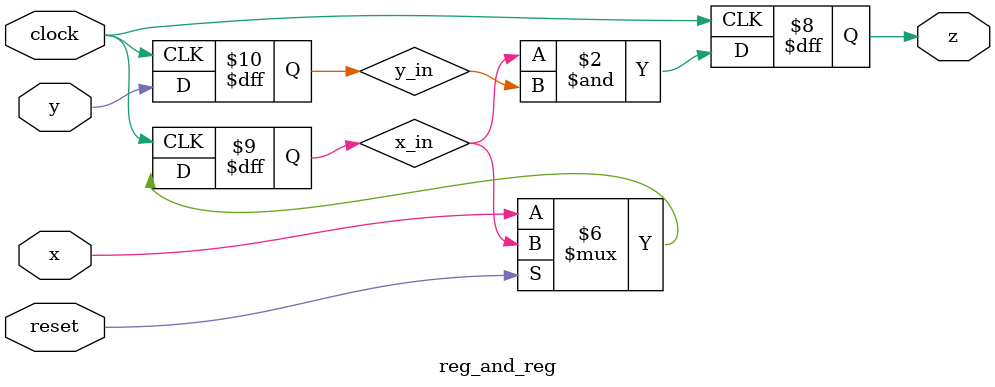
<source format=v>
/**
* Exercise 3.4
* you can change the code below freely
  * */
module reg_and_reg(
  input wire clock,
  input wire reset,
  input wire x,
  input wire y,
  output reg z
);

  reg x_in = 0;
  reg y_in = 0;
  always @(posedge clock) begin
	if (reset)
		z <= 0;
	else
		x_in <= x;
		y_in <= y ;

 		z <= x_in & y_in;
  end
endmodule

</source>
